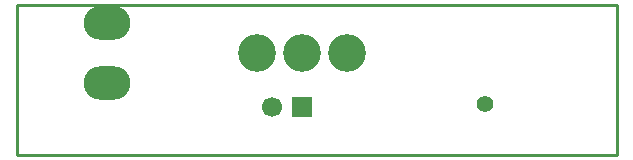
<source format=gbs>
G04*
G04 #@! TF.GenerationSoftware,Altium Limited,Altium Designer,18.1.9 (240)*
G04*
G04 Layer_Color=16711935*
%FSLAX24Y24*%
%MOIN*%
G70*
G01*
G75*
%ADD10C,0.0100*%
%ADD20O,0.1559X0.1122*%
%ADD21C,0.1259*%
%ADD22R,0.0669X0.0669*%
%ADD23C,0.0669*%
%ADD24C,0.0559*%
D10*
X0Y0D02*
X20000D01*
Y5000D01*
X0D02*
X20000D01*
X0Y1700D02*
Y5000D01*
Y0D02*
Y1700D01*
D20*
X3000Y4394D02*
D03*
Y2394D02*
D03*
D21*
X11000Y3394D02*
D03*
X8000D02*
D03*
X9500D02*
D03*
D22*
Y1575D02*
D03*
D23*
X8500D02*
D03*
D24*
X15600Y1700D02*
D03*
M02*

</source>
